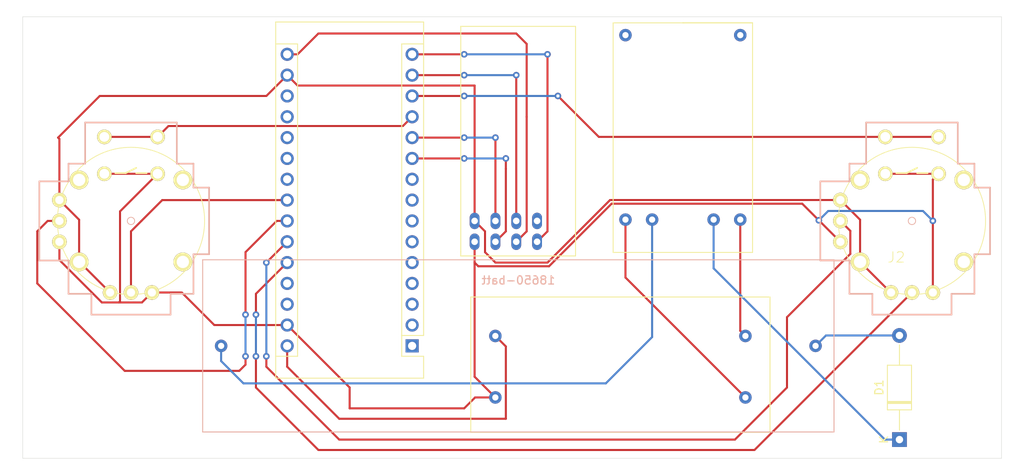
<source format=kicad_pcb>
(kicad_pcb (version 20171130) (host pcbnew 5.1.6-c6e7f7d~87~ubuntu18.04.1)

  (general
    (thickness 1.6)
    (drawings 4)
    (tracks 176)
    (zones 0)
    (modules 12)
    (nets 39)
  )

  (page A4)
  (layers
    (0 F.Cu signal)
    (31 B.Cu signal)
    (32 B.Adhes user)
    (33 F.Adhes user)
    (34 B.Paste user)
    (35 F.Paste user)
    (36 B.SilkS user)
    (37 F.SilkS user)
    (38 B.Mask user)
    (39 F.Mask user)
    (40 Dwgs.User user)
    (41 Cmts.User user)
    (42 Eco1.User user)
    (43 Eco2.User user)
    (44 Edge.Cuts user)
    (45 Margin user)
    (46 B.CrtYd user)
    (47 F.CrtYd user)
    (48 B.Fab user)
    (49 F.Fab user)
  )

  (setup
    (last_trace_width 0.25)
    (trace_clearance 0.2)
    (zone_clearance 0.508)
    (zone_45_only no)
    (trace_min 0.2)
    (via_size 0.8)
    (via_drill 0.4)
    (via_min_size 0.4)
    (via_min_drill 0.3)
    (uvia_size 0.3)
    (uvia_drill 0.1)
    (uvias_allowed no)
    (uvia_min_size 0.2)
    (uvia_min_drill 0.1)
    (edge_width 0.05)
    (segment_width 0.2)
    (pcb_text_width 0.3)
    (pcb_text_size 1.5 1.5)
    (mod_edge_width 0.12)
    (mod_text_size 1 1)
    (mod_text_width 0.15)
    (pad_size 1.524 1.524)
    (pad_drill 0.762)
    (pad_to_mask_clearance 0.05)
    (aux_axis_origin 0 0)
    (visible_elements FFFFFF7F)
    (pcbplotparams
      (layerselection 0x010fc_ffffffff)
      (usegerberextensions false)
      (usegerberattributes true)
      (usegerberadvancedattributes true)
      (creategerberjobfile true)
      (excludeedgelayer true)
      (linewidth 0.100000)
      (plotframeref false)
      (viasonmask false)
      (mode 1)
      (useauxorigin false)
      (hpglpennumber 1)
      (hpglpenspeed 20)
      (hpglpendiameter 15.000000)
      (psnegative false)
      (psa4output false)
      (plotreference true)
      (plotvalue true)
      (plotinvisibletext false)
      (padsonsilk false)
      (subtractmaskfromsilk false)
      (outputformat 1)
      (mirror false)
      (drillshape 1)
      (scaleselection 1)
      (outputdirectory ""))
  )

  (net 0 "")
  (net 1 "Net-(A1-Pad16)")
  (net 2 "Net-(A1-Pad15)")
  (net 3 "Net-(A1-Pad30)")
  (net 4 "Net-(A1-Pad14)")
  (net 5 "Net-(A1-Pad29)")
  (net 6 "Net-(A1-Pad13)")
  (net 7 "Net-(A1-Pad28)")
  (net 8 "Net-(A1-Pad12)")
  (net 9 "Net-(A1-Pad27)")
  (net 10 "Net-(A1-Pad11)")
  (net 11 "Net-(A1-Pad26)")
  (net 12 "Net-(A1-Pad10)")
  (net 13 "Net-(A1-Pad25)")
  (net 14 "Net-(A1-Pad9)")
  (net 15 "Net-(A1-Pad24)")
  (net 16 "Net-(A1-Pad8)")
  (net 17 "Net-(A1-Pad23)")
  (net 18 "Net-(A1-Pad7)")
  (net 19 "Net-(A1-Pad22)")
  (net 20 "Net-(A1-Pad6)")
  (net 21 "Net-(A1-Pad21)")
  (net 22 "Net-(A1-Pad5)")
  (net 23 "Net-(A1-Pad20)")
  (net 24 "Net-(A1-Pad4)")
  (net 25 "Net-(A1-Pad19)")
  (net 26 "Net-(A1-Pad3)")
  (net 27 "Net-(A1-Pad18)")
  (net 28 "Net-(A1-Pad2)")
  (net 29 "Net-(A1-Pad17)")
  (net 30 "Net-(A1-Pad1)")
  (net 31 "Net-(U2-Pad5)")
  (net 32 "Net-(U2-Pad3)")
  (net 33 "Net-(U2-Pad2)")
  (net 34 "Net-(U2-Pad1)")
  (net 35 "Net-(U1-Pad8)")
  (net 36 "Net-(U2-Pad6)")
  (net 37 "Net-(D1-Pad1)")
  (net 38 "Net-(D1-Pad2)")

  (net_class Default "This is the default net class."
    (clearance 0.2)
    (trace_width 0.25)
    (via_dia 0.8)
    (via_drill 0.4)
    (uvia_dia 0.3)
    (uvia_drill 0.1)
    (add_net "Net-(A1-Pad1)")
    (add_net "Net-(A1-Pad10)")
    (add_net "Net-(A1-Pad11)")
    (add_net "Net-(A1-Pad12)")
    (add_net "Net-(A1-Pad13)")
    (add_net "Net-(A1-Pad14)")
    (add_net "Net-(A1-Pad15)")
    (add_net "Net-(A1-Pad16)")
    (add_net "Net-(A1-Pad17)")
    (add_net "Net-(A1-Pad18)")
    (add_net "Net-(A1-Pad19)")
    (add_net "Net-(A1-Pad2)")
    (add_net "Net-(A1-Pad20)")
    (add_net "Net-(A1-Pad21)")
    (add_net "Net-(A1-Pad22)")
    (add_net "Net-(A1-Pad23)")
    (add_net "Net-(A1-Pad24)")
    (add_net "Net-(A1-Pad25)")
    (add_net "Net-(A1-Pad26)")
    (add_net "Net-(A1-Pad27)")
    (add_net "Net-(A1-Pad28)")
    (add_net "Net-(A1-Pad29)")
    (add_net "Net-(A1-Pad3)")
    (add_net "Net-(A1-Pad30)")
    (add_net "Net-(A1-Pad4)")
    (add_net "Net-(A1-Pad5)")
    (add_net "Net-(A1-Pad6)")
    (add_net "Net-(A1-Pad7)")
    (add_net "Net-(A1-Pad8)")
    (add_net "Net-(A1-Pad9)")
    (add_net "Net-(D1-Pad1)")
    (add_net "Net-(D1-Pad2)")
    (add_net "Net-(U1-Pad8)")
    (add_net "Net-(U2-Pad1)")
    (add_net "Net-(U2-Pad2)")
    (add_net "Net-(U2-Pad3)")
    (add_net "Net-(U2-Pad5)")
    (add_net "Net-(U2-Pad6)")
  )

  (module Diode_THT:D_A-405_P12.70mm_Horizontal (layer F.Cu) (tedit 5AE50CD5) (tstamp 5F6893B8)
    (at 200.406 125.73 90)
    (descr "Diode, A-405 series, Axial, Horizontal, pin pitch=12.7mm, , length*diameter=5.2*2.7mm^2, , http://www.diodes.com/_files/packages/A-405.pdf")
    (tags "Diode A-405 series Axial Horizontal pin pitch 12.7mm  length 5.2mm diameter 2.7mm")
    (path /5F6E4965)
    (fp_text reference D1 (at 6.35 -2.47 90) (layer F.SilkS)
      (effects (font (size 1 1) (thickness 0.15)))
    )
    (fp_text value D_Schottky (at 6.35 2.47 90) (layer F.Fab)
      (effects (font (size 1 1) (thickness 0.15)))
    )
    (fp_text user K (at 0 -1.9 90) (layer F.SilkS)
      (effects (font (size 1 1) (thickness 0.15)))
    )
    (fp_text user K (at 0 -1.9 90) (layer F.Fab)
      (effects (font (size 1 1) (thickness 0.15)))
    )
    (fp_text user %R (at 6.74 0 90) (layer F.Fab)
      (effects (font (size 1 1) (thickness 0.15)))
    )
    (fp_line (start 3.75 -1.35) (end 3.75 1.35) (layer F.Fab) (width 0.1))
    (fp_line (start 3.75 1.35) (end 8.95 1.35) (layer F.Fab) (width 0.1))
    (fp_line (start 8.95 1.35) (end 8.95 -1.35) (layer F.Fab) (width 0.1))
    (fp_line (start 8.95 -1.35) (end 3.75 -1.35) (layer F.Fab) (width 0.1))
    (fp_line (start 0 0) (end 3.75 0) (layer F.Fab) (width 0.1))
    (fp_line (start 12.7 0) (end 8.95 0) (layer F.Fab) (width 0.1))
    (fp_line (start 4.53 -1.35) (end 4.53 1.35) (layer F.Fab) (width 0.1))
    (fp_line (start 4.63 -1.35) (end 4.63 1.35) (layer F.Fab) (width 0.1))
    (fp_line (start 4.43 -1.35) (end 4.43 1.35) (layer F.Fab) (width 0.1))
    (fp_line (start 3.63 -1.47) (end 3.63 1.47) (layer F.SilkS) (width 0.12))
    (fp_line (start 3.63 1.47) (end 9.07 1.47) (layer F.SilkS) (width 0.12))
    (fp_line (start 9.07 1.47) (end 9.07 -1.47) (layer F.SilkS) (width 0.12))
    (fp_line (start 9.07 -1.47) (end 3.63 -1.47) (layer F.SilkS) (width 0.12))
    (fp_line (start 1.14 0) (end 3.63 0) (layer F.SilkS) (width 0.12))
    (fp_line (start 11.56 0) (end 9.07 0) (layer F.SilkS) (width 0.12))
    (fp_line (start 4.53 -1.47) (end 4.53 1.47) (layer F.SilkS) (width 0.12))
    (fp_line (start 4.65 -1.47) (end 4.65 1.47) (layer F.SilkS) (width 0.12))
    (fp_line (start 4.41 -1.47) (end 4.41 1.47) (layer F.SilkS) (width 0.12))
    (fp_line (start -1.15 -1.6) (end -1.15 1.6) (layer F.CrtYd) (width 0.05))
    (fp_line (start -1.15 1.6) (end 13.85 1.6) (layer F.CrtYd) (width 0.05))
    (fp_line (start 13.85 1.6) (end 13.85 -1.6) (layer F.CrtYd) (width 0.05))
    (fp_line (start 13.85 -1.6) (end -1.15 -1.6) (layer F.CrtYd) (width 0.05))
    (pad 2 thru_hole oval (at 12.7 0 90) (size 1.8 1.8) (drill 0.9) (layers *.Cu *.Mask)
      (net 38 "Net-(D1-Pad2)"))
    (pad 1 thru_hole rect (at 0 0 90) (size 1.8 1.8) (drill 0.9) (layers *.Cu *.Mask)
      (net 37 "Net-(D1-Pad1)"))
    (model ${KISYS3DMOD}/Diode_THT.3dshapes/D_A-405_P12.70mm_Horizontal.wrl
      (at (xyz 0 0 0))
      (scale (xyz 1 1 1))
      (rotate (xyz 0 0 0))
    )
  )

  (module cad-parts:18650-batt (layer B.Cu) (tedit 5F670EAD) (tstamp 5F684466)
    (at 153.924 114.3 180)
    (path /5F6CCA6F)
    (fp_text reference U4 (at 0.25 -3.25) (layer F.SilkS) hide
      (effects (font (size 1 1) (thickness 0.15)))
    )
    (fp_text value 18650-batt (at 0 8) (layer B.SilkS)
      (effects (font (size 1 1) (thickness 0.15)) (justify mirror))
    )
    (fp_line (start -38.5 10.5) (end 38.5 10.5) (layer B.SilkS) (width 0.12))
    (fp_line (start 38.5 10.5) (end 38.5 -10.5) (layer B.SilkS) (width 0.12))
    (fp_line (start 38.5 -10.5) (end -38.5 -10.5) (layer B.SilkS) (width 0.12))
    (fp_line (start -38.5 -10.5) (end -38.5 10.5) (layer B.SilkS) (width 0.12))
    (pad 2 thru_hole circle (at -36.25 0 180) (size 1.524 1.524) (drill 0.762) (layers *.Cu *.Mask)
      (net 38 "Net-(D1-Pad2)"))
    (pad 1 thru_hole circle (at 36.25 0 180) (size 1.524 1.524) (drill 0.762) (layers *.Cu *.Mask)
      (net 31 "Net-(U2-Pad5)"))
  )

  (module MountingHole:MountingHole_4mm (layer F.Cu) (tedit 56D1B4CB) (tstamp 5F67E8C6)
    (at 208.28 123.444)
    (descr "Mounting Hole 4mm, no annular")
    (tags "mounting hole 4mm no annular")
    (attr virtual)
    (fp_text reference REF** (at 0 -5) (layer F.SilkS) hide
      (effects (font (size 1 1) (thickness 0.15)))
    )
    (fp_text value MountingHole_4mm (at 0 5) (layer F.Fab)
      (effects (font (size 1 1) (thickness 0.15)))
    )
    (fp_circle (center 0 0) (end 4 0) (layer Cmts.User) (width 0.15))
    (fp_circle (center 0 0) (end 4.25 0) (layer F.CrtYd) (width 0.05))
    (fp_text user %R (at 0.3 0) (layer F.Fab)
      (effects (font (size 1 1) (thickness 0.15)))
    )
    (pad 1 np_thru_hole circle (at 0 0) (size 4 4) (drill 4) (layers *.Cu *.Mask))
  )

  (module MountingHole:MountingHole_4mm (layer F.Cu) (tedit 56D1B4CB) (tstamp 5F67E8A6)
    (at 208.28 78.74)
    (descr "Mounting Hole 4mm, no annular")
    (tags "mounting hole 4mm no annular")
    (attr virtual)
    (fp_text reference REF** (at -7.62 -0.508) (layer F.SilkS) hide
      (effects (font (size 1 1) (thickness 0.15)))
    )
    (fp_text value MountingHole_4mm (at 0 5) (layer F.Fab)
      (effects (font (size 1 1) (thickness 0.15)))
    )
    (fp_circle (center 0 0) (end 4 0) (layer Cmts.User) (width 0.15))
    (fp_circle (center 0 0) (end 4.25 0) (layer F.CrtYd) (width 0.05))
    (fp_text user %R (at 0.3 0) (layer F.Fab)
      (effects (font (size 1 1) (thickness 0.15)))
    )
    (pad 1 np_thru_hole circle (at 0 0) (size 4 4) (drill 4) (layers *.Cu *.Mask))
  )

  (module MountingHole:MountingHole_4mm (layer F.Cu) (tedit 56D1B4CB) (tstamp 5F67E8A6)
    (at 98.044 123.444)
    (descr "Mounting Hole 4mm, no annular")
    (tags "mounting hole 4mm no annular")
    (attr virtual)
    (fp_text reference REF** (at 0 -5) (layer F.SilkS) hide
      (effects (font (size 1 1) (thickness 0.15)))
    )
    (fp_text value MountingHole_4mm (at 0 5) (layer F.Fab)
      (effects (font (size 1 1) (thickness 0.15)))
    )
    (fp_circle (center 0 0) (end 4 0) (layer Cmts.User) (width 0.15))
    (fp_circle (center 0 0) (end 4.25 0) (layer F.CrtYd) (width 0.05))
    (fp_text user %R (at 0.3 0) (layer F.Fab)
      (effects (font (size 1 1) (thickness 0.15)))
    )
    (pad 1 np_thru_hole circle (at 0 0) (size 4 4) (drill 4) (layers *.Cu *.Mask))
  )

  (module MountingHole:MountingHole_4mm (layer F.Cu) (tedit 56D1B4CB) (tstamp 5F67E649)
    (at 98.044 78.74)
    (descr "Mounting Hole 4mm, no annular")
    (tags "mounting hole 4mm no annular")
    (attr virtual)
    (fp_text reference REF** (at 0 -5) (layer F.SilkS) hide
      (effects (font (size 1 1) (thickness 0.15)))
    )
    (fp_text value MountingHole_4mm (at 0 5) (layer F.Fab)
      (effects (font (size 1 1) (thickness 0.15)))
    )
    (fp_text user %R (at 0.3 0) (layer F.Fab)
      (effects (font (size 1 1) (thickness 0.15)))
    )
    (fp_circle (center 0 0) (end 4 0) (layer Cmts.User) (width 0.15))
    (fp_circle (center 0 0) (end 4.25 0) (layer F.CrtYd) (width 0.05))
    (pad 1 np_thru_hole circle (at 0 0) (size 4 4) (drill 4) (layers *.Cu *.Mask))
  )

  (module cad-parts:nRF24 (layer F.Cu) (tedit 5F66FAA4) (tstamp 5F67CB84)
    (at 152.4 100.33)
    (path /5F508671)
    (fp_text reference U1 (at -5.91 0 90) (layer F.SilkS) hide
      (effects (font (size 1 1) (thickness 0.15)))
    )
    (fp_text value nRF24 (at 0 -3.81) (layer F.Fab)
      (effects (font (size 1 1) (thickness 0.15)))
    )
    (fp_line (start -5.5 -25) (end 8.5 -25) (layer F.SilkS) (width 0.12))
    (fp_line (start -5.5 2.5) (end -5.5 -25) (layer F.SilkS) (width 0.12))
    (fp_line (start 8.5 3) (end 8.5 -25) (layer F.SilkS) (width 0.12))
    (fp_line (start -5.5 3) (end 8.5 3) (layer F.SilkS) (width 0.12))
    (fp_line (start -5.5 2.5) (end -5.5 3) (layer F.SilkS) (width 0.12))
    (fp_line (start -4.66 -2.52) (end 4.66 -2.52) (layer F.CrtYd) (width 0.05))
    (fp_line (start 4.66 -2.52) (end 4.66 2.52) (layer F.CrtYd) (width 0.05))
    (fp_line (start 4.66 2.52) (end -4.66 2.52) (layer F.CrtYd) (width 0.05))
    (fp_line (start -4.66 2.52) (end -4.66 -2.52) (layer F.CrtYd) (width 0.05))
    (pad 7 thru_hole oval (at 3.81 1.27) (size 1.2 2) (drill 0.8) (layers *.Cu *.Mask)
      (net 2 "Net-(A1-Pad15)"))
    (pad 8 thru_hole oval (at 3.81 -1.27) (size 1.2 2) (drill 0.8) (layers *.Cu *.Mask)
      (net 35 "Net-(U1-Pad8)"))
    (pad 5 thru_hole oval (at 1.27 1.27) (size 1.2 2) (drill 0.8) (layers *.Cu *.Mask)
      (net 1 "Net-(A1-Pad16)"))
    (pad 6 thru_hole oval (at 1.27 -1.27) (size 1.2 2) (drill 0.8) (layers *.Cu *.Mask)
      (net 4 "Net-(A1-Pad14)"))
    (pad 3 thru_hole oval (at -1.27 1.27) (size 1.2 2) (drill 0.8) (layers *.Cu *.Mask)
      (net 12 "Net-(A1-Pad10)"))
    (pad 4 thru_hole oval (at -1.27 -1.27) (size 1.2 2) (drill 0.8) (layers *.Cu *.Mask)
      (net 10 "Net-(A1-Pad11)"))
    (pad 1 thru_hole oval (at -3.81 1.27) (size 1.2 2) (drill 0.8) (layers *.Cu *.Mask)
      (net 5 "Net-(A1-Pad29)"))
    (pad 2 thru_hole oval (at -3.81 -1.27) (size 1.2 2) (drill 0.8) (layers *.Cu *.Mask)
      (net 29 "Net-(A1-Pad17)"))
  )

  (module cad-parts:dc-converter (layer F.Cu) (tedit 5F66F47D) (tstamp 5F67A875)
    (at 166.37 116.84)
    (path /5F69BA43)
    (fp_text reference U3 (at 0.5 1.5) (layer F.SilkS) hide
      (effects (font (size 1 1) (thickness 0.15)))
    )
    (fp_text value dc-converter (at 0.25 -1) (layer F.Fab)
      (effects (font (size 1 1) (thickness 0.15)))
    )
    (fp_line (start -18.25 -8.5) (end 18.25 -8.5) (layer F.SilkS) (width 0.12))
    (fp_line (start 18.25 -8.5) (end 18.25 8) (layer F.SilkS) (width 0.12))
    (fp_line (start -18.25 -8.5) (end -18.25 8) (layer F.SilkS) (width 0.12))
    (fp_line (start -18.25 8) (end 18.25 8) (layer F.SilkS) (width 0.12))
    (pad 4 thru_hole circle (at -15.25 3.75) (size 1.524 1.524) (drill 0.762) (layers *.Cu *.Mask)
      (net 5 "Net-(A1-Pad29)"))
    (pad 3 thru_hole circle (at -15.25 -3.75) (size 1.524 1.524) (drill 0.762) (layers *.Cu *.Mask)
      (net 3 "Net-(A1-Pad30)"))
    (pad 2 thru_hole circle (at 15.25 3.75) (size 1.524 1.524) (drill 0.762) (layers *.Cu *.Mask)
      (net 36 "Net-(U2-Pad6)"))
    (pad 1 thru_hole circle (at 15.25 -3.75) (size 1.524 1.524) (drill 0.762) (layers *.Cu *.Mask)
      (net 32 "Net-(U2-Pad3)"))
  )

  (module cad-parts:TC4056A-MOD (layer F.Cu) (tedit 5F66FC85) (tstamp 5F678EC7)
    (at 173.99 88.9)
    (path /5F679D5C)
    (fp_text reference U2 (at 0.254 -11.684) (layer F.SilkS) hide
      (effects (font (size 1 1) (thickness 0.15)))
    )
    (fp_text value TC4056-MOD (at 0 -6.096) (layer F.Fab)
      (effects (font (size 1 1) (thickness 0.15)))
    )
    (fp_line (start 0 -14) (end 8.5 -14) (layer F.SilkS) (width 0.12))
    (fp_line (start 8.5 -14) (end 0 -14) (layer F.SilkS) (width 0.12))
    (fp_line (start 0 -14) (end -8.5 -14) (layer F.SilkS) (width 0.12))
    (fp_line (start -8.5 -14) (end -8.5 14) (layer F.SilkS) (width 0.12))
    (fp_line (start 8.5 -14) (end 8.5 14) (layer F.SilkS) (width 0.12))
    (fp_line (start 8.5 14) (end -8.5 14) (layer F.SilkS) (width 0.12))
    (pad 5 thru_hole circle (at -3.75 10) (size 1.524 1.524) (drill 0.762) (layers *.Cu *.Mask)
      (net 31 "Net-(U2-Pad5)"))
    (pad 6 thru_hole circle (at -7 10) (size 1.524 1.524) (drill 0.762) (layers *.Cu *.Mask)
      (net 36 "Net-(U2-Pad6)"))
    (pad 4 thru_hole circle (at 3.75 10) (size 1.524 1.524) (drill 0.762) (layers *.Cu *.Mask)
      (net 37 "Net-(D1-Pad1)"))
    (pad 3 thru_hole circle (at 7 10) (size 1.524 1.524) (drill 0.762) (layers *.Cu *.Mask)
      (net 32 "Net-(U2-Pad3)"))
    (pad 2 thru_hole circle (at 7 -12.5) (size 1.524 1.524) (drill 0.762) (layers *.Cu *.Mask)
      (net 33 "Net-(U2-Pad2)"))
    (pad 1 thru_hole circle (at -7 -12.5) (size 1.524 1.524) (drill 0.762) (layers *.Cu *.Mask)
      (net 34 "Net-(U2-Pad1)"))
  )

  (module Module:Arduino_Nano (layer F.Cu) (tedit 58ACAF70) (tstamp 5F50ECE2)
    (at 140.97 114.3 180)
    (descr "Arduino Nano, http://www.mouser.com/pdfdocs/Gravitech_Arduino_Nano3_0.pdf")
    (tags "Arduino Nano")
    (path /5F50914A)
    (fp_text reference A1 (at 7.62 -5.08) (layer F.SilkS) hide
      (effects (font (size 1 1) (thickness 0.15)))
    )
    (fp_text value Arduino_Nano_v2.x (at 8.89 19.05 90) (layer F.Fab)
      (effects (font (size 1 1) (thickness 0.15)))
    )
    (fp_line (start 1.27 1.27) (end 1.27 -1.27) (layer F.SilkS) (width 0.12))
    (fp_line (start 1.27 -1.27) (end -1.4 -1.27) (layer F.SilkS) (width 0.12))
    (fp_line (start -1.4 1.27) (end -1.4 39.5) (layer F.SilkS) (width 0.12))
    (fp_line (start -1.4 -3.94) (end -1.4 -1.27) (layer F.SilkS) (width 0.12))
    (fp_line (start 13.97 -1.27) (end 16.64 -1.27) (layer F.SilkS) (width 0.12))
    (fp_line (start 13.97 -1.27) (end 13.97 36.83) (layer F.SilkS) (width 0.12))
    (fp_line (start 13.97 36.83) (end 16.64 36.83) (layer F.SilkS) (width 0.12))
    (fp_line (start 1.27 1.27) (end -1.4 1.27) (layer F.SilkS) (width 0.12))
    (fp_line (start 1.27 1.27) (end 1.27 36.83) (layer F.SilkS) (width 0.12))
    (fp_line (start 1.27 36.83) (end -1.4 36.83) (layer F.SilkS) (width 0.12))
    (fp_line (start 3.81 31.75) (end 11.43 31.75) (layer F.Fab) (width 0.1))
    (fp_line (start 11.43 31.75) (end 11.43 41.91) (layer F.Fab) (width 0.1))
    (fp_line (start 11.43 41.91) (end 3.81 41.91) (layer F.Fab) (width 0.1))
    (fp_line (start 3.81 41.91) (end 3.81 31.75) (layer F.Fab) (width 0.1))
    (fp_line (start -1.4 39.5) (end 16.64 39.5) (layer F.SilkS) (width 0.12))
    (fp_line (start 16.64 39.5) (end 16.64 -3.94) (layer F.SilkS) (width 0.12))
    (fp_line (start 16.64 -3.94) (end -1.4 -3.94) (layer F.SilkS) (width 0.12))
    (fp_line (start 16.51 39.37) (end -1.27 39.37) (layer F.Fab) (width 0.1))
    (fp_line (start -1.27 39.37) (end -1.27 -2.54) (layer F.Fab) (width 0.1))
    (fp_line (start -1.27 -2.54) (end 0 -3.81) (layer F.Fab) (width 0.1))
    (fp_line (start 0 -3.81) (end 16.51 -3.81) (layer F.Fab) (width 0.1))
    (fp_line (start 16.51 -3.81) (end 16.51 39.37) (layer F.Fab) (width 0.1))
    (fp_line (start -1.53 -4.06) (end 16.75 -4.06) (layer F.CrtYd) (width 0.05))
    (fp_line (start -1.53 -4.06) (end -1.53 42.16) (layer F.CrtYd) (width 0.05))
    (fp_line (start 16.75 42.16) (end 16.75 -4.06) (layer F.CrtYd) (width 0.05))
    (fp_line (start 16.75 42.16) (end -1.53 42.16) (layer F.CrtYd) (width 0.05))
    (fp_text user %R (at 6.35 19.05 90) (layer F.Fab)
      (effects (font (size 1 1) (thickness 0.15)))
    )
    (pad 16 thru_hole oval (at 15.24 35.56 180) (size 1.6 1.6) (drill 1) (layers *.Cu *.Mask)
      (net 1 "Net-(A1-Pad16)"))
    (pad 15 thru_hole oval (at 0 35.56 180) (size 1.6 1.6) (drill 1) (layers *.Cu *.Mask)
      (net 2 "Net-(A1-Pad15)"))
    (pad 30 thru_hole oval (at 15.24 0 180) (size 1.6 1.6) (drill 1) (layers *.Cu *.Mask)
      (net 3 "Net-(A1-Pad30)"))
    (pad 14 thru_hole oval (at 0 33.02 180) (size 1.6 1.6) (drill 1) (layers *.Cu *.Mask)
      (net 4 "Net-(A1-Pad14)"))
    (pad 29 thru_hole oval (at 15.24 2.54 180) (size 1.6 1.6) (drill 1) (layers *.Cu *.Mask)
      (net 5 "Net-(A1-Pad29)"))
    (pad 13 thru_hole oval (at 0 30.48 180) (size 1.6 1.6) (drill 1) (layers *.Cu *.Mask)
      (net 6 "Net-(A1-Pad13)"))
    (pad 28 thru_hole oval (at 15.24 5.08 180) (size 1.6 1.6) (drill 1) (layers *.Cu *.Mask)
      (net 7 "Net-(A1-Pad28)"))
    (pad 12 thru_hole oval (at 0 27.94 180) (size 1.6 1.6) (drill 1) (layers *.Cu *.Mask)
      (net 8 "Net-(A1-Pad12)"))
    (pad 27 thru_hole oval (at 15.24 7.62 180) (size 1.6 1.6) (drill 1) (layers *.Cu *.Mask)
      (net 9 "Net-(A1-Pad27)"))
    (pad 11 thru_hole oval (at 0 25.4 180) (size 1.6 1.6) (drill 1) (layers *.Cu *.Mask)
      (net 10 "Net-(A1-Pad11)"))
    (pad 26 thru_hole oval (at 15.24 10.16 180) (size 1.6 1.6) (drill 1) (layers *.Cu *.Mask)
      (net 11 "Net-(A1-Pad26)"))
    (pad 10 thru_hole oval (at 0 22.86 180) (size 1.6 1.6) (drill 1) (layers *.Cu *.Mask)
      (net 12 "Net-(A1-Pad10)"))
    (pad 25 thru_hole oval (at 15.24 12.7 180) (size 1.6 1.6) (drill 1) (layers *.Cu *.Mask)
      (net 13 "Net-(A1-Pad25)"))
    (pad 9 thru_hole oval (at 0 20.32 180) (size 1.6 1.6) (drill 1) (layers *.Cu *.Mask)
      (net 14 "Net-(A1-Pad9)"))
    (pad 24 thru_hole oval (at 15.24 15.24 180) (size 1.6 1.6) (drill 1) (layers *.Cu *.Mask)
      (net 15 "Net-(A1-Pad24)"))
    (pad 8 thru_hole oval (at 0 17.78 180) (size 1.6 1.6) (drill 1) (layers *.Cu *.Mask)
      (net 16 "Net-(A1-Pad8)"))
    (pad 23 thru_hole oval (at 15.24 17.78 180) (size 1.6 1.6) (drill 1) (layers *.Cu *.Mask)
      (net 17 "Net-(A1-Pad23)"))
    (pad 7 thru_hole oval (at 0 15.24 180) (size 1.6 1.6) (drill 1) (layers *.Cu *.Mask)
      (net 18 "Net-(A1-Pad7)"))
    (pad 22 thru_hole oval (at 15.24 20.32 180) (size 1.6 1.6) (drill 1) (layers *.Cu *.Mask)
      (net 19 "Net-(A1-Pad22)"))
    (pad 6 thru_hole oval (at 0 12.7 180) (size 1.6 1.6) (drill 1) (layers *.Cu *.Mask)
      (net 20 "Net-(A1-Pad6)"))
    (pad 21 thru_hole oval (at 15.24 22.86 180) (size 1.6 1.6) (drill 1) (layers *.Cu *.Mask)
      (net 21 "Net-(A1-Pad21)"))
    (pad 5 thru_hole oval (at 0 10.16 180) (size 1.6 1.6) (drill 1) (layers *.Cu *.Mask)
      (net 22 "Net-(A1-Pad5)"))
    (pad 20 thru_hole oval (at 15.24 25.4 180) (size 1.6 1.6) (drill 1) (layers *.Cu *.Mask)
      (net 23 "Net-(A1-Pad20)"))
    (pad 4 thru_hole oval (at 0 7.62 180) (size 1.6 1.6) (drill 1) (layers *.Cu *.Mask)
      (net 24 "Net-(A1-Pad4)"))
    (pad 19 thru_hole oval (at 15.24 27.94 180) (size 1.6 1.6) (drill 1) (layers *.Cu *.Mask)
      (net 25 "Net-(A1-Pad19)"))
    (pad 3 thru_hole oval (at 0 5.08 180) (size 1.6 1.6) (drill 1) (layers *.Cu *.Mask)
      (net 26 "Net-(A1-Pad3)"))
    (pad 18 thru_hole oval (at 15.24 30.48 180) (size 1.6 1.6) (drill 1) (layers *.Cu *.Mask)
      (net 27 "Net-(A1-Pad18)"))
    (pad 2 thru_hole oval (at 0 2.54 180) (size 1.6 1.6) (drill 1) (layers *.Cu *.Mask)
      (net 28 "Net-(A1-Pad2)"))
    (pad 17 thru_hole oval (at 15.24 33.02 180) (size 1.6 1.6) (drill 1) (layers *.Cu *.Mask)
      (net 29 "Net-(A1-Pad17)"))
    (pad 1 thru_hole rect (at 0 0 180) (size 1.6 1.6) (drill 1) (layers *.Cu *.Mask)
      (net 30 "Net-(A1-Pad1)"))
    (model ${KISYS3DMOD}/Module.3dshapes/Arduino_Nano_WithMountingHoles.wrl
      (at (xyz 0 0 0))
      (scale (xyz 1 1 1))
      (rotate (xyz 0 0 0))
    )
  )

  (module cad-parts:JOYSTICK-ALPS (layer F.Cu) (tedit 5F508F32) (tstamp 5F50F288)
    (at 106.68 99.06)
    (path /5F50A4B2)
    (attr virtual)
    (fp_text reference J1 (at -1.905 4.445) (layer B.SilkS) hide
      (effects (font (size 1.27 1.27) (thickness 0.1016)))
    )
    (fp_text value JOYSTICK-ALPS (at -0.254 1.524) (layer B.SilkS) hide
      (effects (font (size 1.27 1.27) (thickness 0.1016)))
    )
    (fp_circle (center 0 0) (end -6.35 6.35) (layer F.SilkS) (width 0.1016))
    (fp_circle (center 0 0) (end -0.3175 0.3175) (layer B.SilkS) (width 0.1016))
    (fp_line (start 0.635 -5.84) (end 1.905 -5.84) (layer F.SilkS) (width 0.2032))
    (fp_line (start -0.635 -5.84) (end 0.635 -6.475) (layer F.SilkS) (width 0.2032))
    (fp_line (start -1.905 -5.84) (end -0.635 -5.84) (layer F.SilkS) (width 0.2032))
    (fp_line (start -7.62 4.826) (end -7.62 8.89) (layer B.SilkS) (width 0.2032))
    (fp_line (start -7.62 -4.826) (end -7.62 -6.985) (layer B.SilkS) (width 0.2032))
    (fp_line (start -11.176 -4.826) (end -11.176 4.826) (layer B.SilkS) (width 0.2032))
    (fp_line (start -7.62 4.826) (end -11.176 4.826) (layer B.SilkS) (width 0.2032))
    (fp_line (start -7.62 -4.826) (end -11.176 -4.826) (layer B.SilkS) (width 0.2032))
    (fp_line (start -5.588 -12) (end -5.588 -6.985) (layer B.SilkS) (width 0.2032))
    (fp_line (start 5.588 -12) (end 5.588 -6.985) (layer B.SilkS) (width 0.2032))
    (fp_line (start -5.588 -6.985) (end -7.62 -6.985) (layer B.SilkS) (width 0.2032))
    (fp_line (start 7.62 -6.985) (end 5.588 -6.985) (layer B.SilkS) (width 0.2032))
    (fp_line (start 7.62 4.064) (end 9.525 4.064) (layer B.SilkS) (width 0.2032))
    (fp_line (start 7.62 -4.064) (end 9.525 -4.064) (layer B.SilkS) (width 0.2032))
    (fp_line (start 7.62 4.064) (end 7.62 8.89) (layer B.SilkS) (width 0.2032))
    (fp_line (start 7.62 -4.064) (end 7.62 -6.985) (layer B.SilkS) (width 0.2032))
    (fp_line (start 9.525 -4.064) (end 9.525 4.064) (layer B.SilkS) (width 0.2032))
    (fp_line (start -4.826 8.89) (end -7.62 8.89) (layer B.SilkS) (width 0.2032))
    (fp_line (start 4.826 8.89) (end 7.62 8.89) (layer B.SilkS) (width 0.2032))
    (fp_line (start -4.826 11.43) (end -4.826 8.89) (layer B.SilkS) (width 0.2032))
    (fp_line (start 4.826 11.43) (end 4.826 8.89) (layer B.SilkS) (width 0.2032))
    (fp_line (start 4.826 11.43) (end -4.826 11.43) (layer B.SilkS) (width 0.2032))
    (fp_line (start 5.588 -12) (end -5.588 -12) (layer B.SilkS) (width 0.2032))
    (pad 4 thru_hole circle (at -8.73 2.55) (size 1.778 1.778) (drill 1) (layers *.Cu F.Paste F.SilkS F.Mask)
      (net 5 "Net-(A1-Pad29)"))
    (pad 1 thru_hole circle (at -8.73 0) (size 1.778 1.778) (drill 1) (layers *.Cu F.Paste F.SilkS F.Mask)
      (net 15 "Net-(A1-Pad24)"))
    (pad 0 thru_hole circle (at -8.732 -2.55) (size 1.778 1.778) (drill 1) (layers *.Cu F.Paste F.SilkS F.Mask)
      (net 29 "Net-(A1-Pad17)"))
    (pad MOUN thru_hole circle (at 6.325 -5) (size 2.286 2.286) (drill 1.5) (layers *.Cu F.Paste F.SilkS F.Mask))
    (pad MOUN thru_hole circle (at 6.325 5) (size 2.286 2.286) (drill 1.5) (layers *.Cu F.Paste F.SilkS F.Mask))
    (pad 0 thru_hole circle (at -6.325 5) (size 2.286 2.286) (drill 1.5) (layers *.Cu F.Paste F.SilkS F.Mask)
      (net 29 "Net-(A1-Pad17)"))
    (pad MOUN thru_hole circle (at -6.325 -5) (size 2.286 2.286) (drill 1.5) (layers *.Cu F.Paste F.SilkS F.Mask))
    (pad 4 thru_hole circle (at 2.55 8.73) (size 1.778 1.778) (drill 1) (layers *.Cu F.Paste F.SilkS F.Mask)
      (net 5 "Net-(A1-Pad29)"))
    (pad 2 thru_hole circle (at 0 8.73) (size 1.778 1.778) (drill 1) (layers *.Cu F.Paste F.SilkS F.Mask)
      (net 17 "Net-(A1-Pad23)"))
    (pad 0 thru_hole circle (at -2.55 8.73) (size 1.778 1.778) (drill 1) (layers *.Cu F.Paste F.SilkS F.Mask)
      (net 29 "Net-(A1-Pad17)"))
    (pad 4 thru_hole circle (at 3.25 -5.75) (size 1.778 1.778) (drill 1.2) (layers *.Cu F.Paste F.SilkS F.Mask)
      (net 5 "Net-(A1-Pad29)"))
    (pad 4 thru_hole circle (at -3.25 -5.75) (size 1.778 1.778) (drill 1.2) (layers *.Cu F.Paste F.SilkS F.Mask)
      (net 5 "Net-(A1-Pad29)"))
    (pad 3 thru_hole circle (at 3.25 -10.25) (size 1.778 1.778) (drill 1.2) (layers *.Cu F.Paste F.SilkS F.Mask)
      (net 8 "Net-(A1-Pad12)"))
    (pad 3 thru_hole circle (at -3.25 -10.25) (size 1.778 1.778) (drill 1.2) (layers *.Cu F.Paste F.SilkS F.Mask)
      (net 8 "Net-(A1-Pad12)"))
  )

  (module cad-parts:JOYSTICK-ALPS (layer F.Cu) (tedit 5F51AB0B) (tstamp 5F51ACDE)
    (at 201.93 99.06)
    (path /5F510B0B)
    (attr virtual)
    (fp_text reference J2 (at -1.905 4.445) (layer F.SilkS)
      (effects (font (size 1.27 1.27) (thickness 0.1016)))
    )
    (fp_text value JOYSTICK-ALPS (at -1.27 5.715) (layer F.SilkS) hide
      (effects (font (size 1.27 1.27) (thickness 0.1016)))
    )
    (fp_circle (center 0 0) (end -6.35 6.35) (layer F.SilkS) (width 0.1016))
    (fp_circle (center 0 0) (end -0.3175 0.3175) (layer B.SilkS) (width 0.1016))
    (fp_line (start 0.635 -5.84) (end 1.905 -5.84) (layer F.SilkS) (width 0.2032))
    (fp_line (start -0.635 -5.84) (end 0.635 -6.475) (layer F.SilkS) (width 0.2032))
    (fp_line (start -1.905 -5.84) (end -0.635 -5.84) (layer F.SilkS) (width 0.2032))
    (fp_line (start -7.62 4.826) (end -7.62 8.89) (layer B.SilkS) (width 0.2032))
    (fp_line (start -7.62 -4.826) (end -7.62 -6.985) (layer B.SilkS) (width 0.2032))
    (fp_line (start -11.176 -4.826) (end -11.176 4.826) (layer B.SilkS) (width 0.2032))
    (fp_line (start -7.62 4.826) (end -11.176 4.826) (layer B.SilkS) (width 0.2032))
    (fp_line (start -7.62 -4.826) (end -11.176 -4.826) (layer B.SilkS) (width 0.2032))
    (fp_line (start -5.588 -12) (end -5.588 -6.985) (layer B.SilkS) (width 0.2032))
    (fp_line (start 5.588 -12) (end 5.588 -6.985) (layer B.SilkS) (width 0.2032))
    (fp_line (start -5.588 -6.985) (end -7.62 -6.985) (layer B.SilkS) (width 0.2032))
    (fp_line (start 7.62 -6.985) (end 5.588 -6.985) (layer B.SilkS) (width 0.2032))
    (fp_line (start 7.62 4.064) (end 9.525 4.064) (layer B.SilkS) (width 0.2032))
    (fp_line (start 7.62 -4.064) (end 9.525 -4.064) (layer B.SilkS) (width 0.2032))
    (fp_line (start 7.62 4.064) (end 7.62 8.89) (layer B.SilkS) (width 0.2032))
    (fp_line (start 7.62 -4.064) (end 7.62 -6.985) (layer B.SilkS) (width 0.2032))
    (fp_line (start 9.525 -4.064) (end 9.525 4.064) (layer B.SilkS) (width 0.2032))
    (fp_line (start -4.826 8.89) (end -7.62 8.89) (layer B.SilkS) (width 0.2032))
    (fp_line (start 4.826 8.89) (end 7.62 8.89) (layer B.SilkS) (width 0.2032))
    (fp_line (start -4.826 11.43) (end -4.826 8.89) (layer B.SilkS) (width 0.2032))
    (fp_line (start 4.826 11.43) (end 4.826 8.89) (layer B.SilkS) (width 0.2032))
    (fp_line (start 4.826 11.43) (end -4.826 11.43) (layer B.SilkS) (width 0.2032))
    (fp_line (start 5.588 -12) (end -5.588 -12) (layer B.SilkS) (width 0.2032))
    (pad 4 thru_hole circle (at -8.73 2.55) (size 1.778 1.778) (drill 1) (layers *.Cu F.Paste F.SilkS F.Mask)
      (net 5 "Net-(A1-Pad29)"))
    (pad 1 thru_hole circle (at -8.73 0) (size 1.778 1.778) (drill 1) (layers *.Cu F.Paste F.SilkS F.Mask)
      (net 13 "Net-(A1-Pad25)"))
    (pad 0 thru_hole circle (at -8.732 -2.55) (size 1.778 1.778) (drill 1) (layers *.Cu F.Paste F.SilkS F.Mask)
      (net 29 "Net-(A1-Pad17)"))
    (pad MOUN thru_hole circle (at 6.325 -5) (size 2.286 2.286) (drill 1.5) (layers *.Cu F.Paste F.SilkS F.Mask))
    (pad MOUN thru_hole circle (at 6.325 5) (size 2.286 2.286) (drill 1.5) (layers *.Cu F.Paste F.SilkS F.Mask))
    (pad 0 thru_hole circle (at -6.325 5) (size 2.286 2.286) (drill 1.5) (layers *.Cu F.Paste F.SilkS F.Mask)
      (net 29 "Net-(A1-Pad17)"))
    (pad MOUN thru_hole circle (at -6.325 -5) (size 2.286 2.286) (drill 1.5) (layers *.Cu F.Paste F.SilkS F.Mask))
    (pad 4 thru_hole circle (at 2.55 8.73) (size 1.778 1.778) (drill 1) (layers *.Cu F.Paste F.SilkS F.Mask)
      (net 5 "Net-(A1-Pad29)"))
    (pad 2 thru_hole circle (at 0 8.73) (size 1.778 1.778) (drill 1) (layers *.Cu F.Paste F.SilkS F.Mask)
      (net 11 "Net-(A1-Pad26)"))
    (pad 0 thru_hole circle (at -2.55 8.73) (size 1.778 1.778) (drill 1) (layers *.Cu F.Paste F.SilkS F.Mask)
      (net 29 "Net-(A1-Pad17)"))
    (pad 4 thru_hole circle (at 3.25 -5.75) (size 1.778 1.778) (drill 1.2) (layers *.Cu F.Paste F.SilkS F.Mask)
      (net 5 "Net-(A1-Pad29)"))
    (pad 4 thru_hole circle (at -3.25 -5.75) (size 1.778 1.778) (drill 1.2) (layers *.Cu F.Paste F.SilkS F.Mask)
      (net 5 "Net-(A1-Pad29)"))
    (pad 3 thru_hole circle (at 3.25 -10.25) (size 1.778 1.778) (drill 1.2) (layers *.Cu F.Paste F.SilkS F.Mask)
      (net 6 "Net-(A1-Pad13)"))
    (pad 3 thru_hole circle (at -3.25 -10.25) (size 1.778 1.778) (drill 1.2) (layers *.Cu F.Paste F.SilkS F.Mask)
      (net 6 "Net-(A1-Pad13)"))
  )

  (gr_line (start 93.472 128.016) (end 93.472 74.168) (layer Edge.Cuts) (width 0.05))
  (gr_line (start 212.852 128.016) (end 93.472 128.016) (layer Edge.Cuts) (width 0.05))
  (gr_line (start 212.852 74.168) (end 212.852 128.016) (layer Edge.Cuts) (width 0.05))
  (gr_line (start 93.472 74.168) (end 212.852 74.168) (layer Edge.Cuts) (width 0.05))

  (segment (start 153.67 101.6) (end 154.94 100.33) (width 0.25) (layer F.Cu) (net 1))
  (segment (start 154.94 100.33) (end 154.94 86.36) (width 0.25) (layer F.Cu) (net 1))
  (segment (start 154.94 86.36) (end 154.94 78.74) (width 0.25) (layer F.Cu) (net 1))
  (segment (start 154.94 78.74) (end 154.94 77.47) (width 0.25) (layer F.Cu) (net 1))
  (segment (start 154.94 77.47) (end 153.67 76.2) (width 0.25) (layer F.Cu) (net 1))
  (segment (start 125.73 78.74) (end 127 78.74) (width 0.25) (layer F.Cu) (net 1))
  (segment (start 127 78.74) (end 129.54 76.2) (width 0.25) (layer F.Cu) (net 1))
  (segment (start 129.54 76.2) (end 153.67 76.2) (width 0.25) (layer F.Cu) (net 1))
  (segment (start 156.21 101.6) (end 157.48 100.33) (width 0.25) (layer F.Cu) (net 2))
  (segment (start 157.48 100.33) (end 157.48 95.25) (width 0.25) (layer F.Cu) (net 2))
  (segment (start 157.48 95.25) (end 157.48 78.74) (width 0.25) (layer F.Cu) (net 2))
  (segment (start 140.97 78.74) (end 147.32 78.74) (width 0.25) (layer F.Cu) (net 2))
  (segment (start 157.48 78.74) (end 157.48 78.74) (width 0.25) (layer F.Cu) (net 2) (tstamp 5F67D397))
  (via (at 157.48 78.74) (size 0.8) (drill 0.4) (layers F.Cu B.Cu) (net 2))
  (segment (start 147.32 78.74) (end 147.32 78.74) (width 0.25) (layer F.Cu) (net 2) (tstamp 5F67D39F))
  (via (at 147.32 78.74) (size 0.8) (drill 0.4) (layers F.Cu B.Cu) (net 2))
  (segment (start 157.48 78.74) (end 147.32 78.74) (width 0.25) (layer B.Cu) (net 2))
  (segment (start 132.08 123.19) (end 125.73 116.84) (width 0.25) (layer F.Cu) (net 3))
  (segment (start 125.73 114.3) (end 125.73 116.84) (width 0.25) (layer F.Cu) (net 3))
  (segment (start 132.08 123.19) (end 152.4 123.19) (width 0.25) (layer F.Cu) (net 3))
  (segment (start 152.4 114.37) (end 151.12 113.09) (width 0.25) (layer F.Cu) (net 3))
  (segment (start 152.4 123.19) (end 152.4 114.37) (width 0.25) (layer F.Cu) (net 3))
  (segment (start 153.67 99.06) (end 153.67 81.28) (width 0.25) (layer F.Cu) (net 4))
  (segment (start 140.97 81.28) (end 147.32 81.28) (width 0.25) (layer F.Cu) (net 4))
  (segment (start 153.67 81.28) (end 153.67 81.28) (width 0.25) (layer F.Cu) (net 4) (tstamp 5F67D39B))
  (via (at 153.67 81.28) (size 0.8) (drill 0.4) (layers F.Cu B.Cu) (net 4))
  (segment (start 147.32 81.28) (end 147.32 81.28) (width 0.25) (layer F.Cu) (net 4) (tstamp 5F67D39D))
  (via (at 147.32 81.28) (size 0.8) (drill 0.4) (layers F.Cu B.Cu) (net 4))
  (segment (start 147.32 81.28) (end 153.67 81.28) (width 0.25) (layer B.Cu) (net 4))
  (segment (start 97.95 103.827642) (end 103.126359 109.004001) (width 0.25) (layer F.Cu) (net 5))
  (segment (start 108.015999 109.004001) (end 109.23 107.79) (width 0.25) (layer F.Cu) (net 5))
  (segment (start 97.95 101.61) (end 97.95 103.827642) (width 0.25) (layer F.Cu) (net 5))
  (segment (start 109.93 93.31) (end 103.43 93.31) (width 0.25) (layer F.Cu) (net 5))
  (segment (start 198.68 93.31) (end 205.18 93.31) (width 0.25) (layer F.Cu) (net 5))
  (segment (start 204.48 94.01) (end 205.18 93.31) (width 0.25) (layer F.Cu) (net 5))
  (segment (start 204.48 107.79) (end 204.48 99.05) (width 0.25) (layer F.Cu) (net 5))
  (segment (start 133.35 121.92) (end 147.32 121.92) (width 0.25) (layer F.Cu) (net 5))
  (segment (start 109.23 107.79) (end 112.87 107.79) (width 0.25) (layer F.Cu) (net 5))
  (segment (start 112.87 107.79) (end 113.03 107.95) (width 0.25) (layer F.Cu) (net 5))
  (segment (start 105.344001 108.854001) (end 105.194001 109.004001) (width 0.25) (layer F.Cu) (net 5))
  (segment (start 105.344001 97.895999) (end 105.344001 108.854001) (width 0.25) (layer F.Cu) (net 5))
  (segment (start 109.93 93.31) (end 105.344001 97.895999) (width 0.25) (layer F.Cu) (net 5))
  (segment (start 103.126359 109.004001) (end 105.194001 109.004001) (width 0.25) (layer F.Cu) (net 5))
  (segment (start 105.194001 109.004001) (end 108.015999 109.004001) (width 0.25) (layer F.Cu) (net 5))
  (segment (start 125.73 111.76) (end 116.84 111.76) (width 0.25) (layer F.Cu) (net 5))
  (segment (start 116.84 111.76) (end 113.03 107.95) (width 0.25) (layer F.Cu) (net 5))
  (segment (start 133.35 119.38) (end 133.35 121.92) (width 0.25) (layer F.Cu) (net 5))
  (segment (start 125.73 111.76) (end 133.35 119.38) (width 0.25) (layer F.Cu) (net 5))
  (segment (start 149.040009 104.590009) (end 148.59 104.14) (width 0.25) (layer F.Cu) (net 5))
  (segment (start 148.59 101.6) (end 148.59 104.14) (width 0.25) (layer F.Cu) (net 5))
  (segment (start 193.2 101.61) (end 190.575 98.985) (width 0.25) (layer F.Cu) (net 5))
  (segment (start 188.55001 96.96001) (end 165.2964 96.96001) (width 0.25) (layer F.Cu) (net 5))
  (segment (start 165.2964 96.96001) (end 157.666401 104.590009) (width 0.25) (layer F.Cu) (net 5))
  (segment (start 157.666401 104.590009) (end 149.040009 104.590009) (width 0.25) (layer F.Cu) (net 5))
  (segment (start 148.59 118.06) (end 151.12 120.59) (width 0.25) (layer F.Cu) (net 5))
  (segment (start 148.59 104.14) (end 148.59 118.06) (width 0.25) (layer F.Cu) (net 5))
  (segment (start 151.12 120.59) (end 148.65 120.59) (width 0.25) (layer F.Cu) (net 5))
  (segment (start 148.65 120.59) (end 147.32 121.92) (width 0.25) (layer F.Cu) (net 5))
  (segment (start 190.575 98.985) (end 188.55001 96.96001) (width 0.25) (layer F.Cu) (net 5) (tstamp 5F67D393))
  (via (at 190.575 98.985) (size 0.8) (drill 0.4) (layers F.Cu B.Cu) (net 5))
  (segment (start 204.48 99.05) (end 204.48 94.01) (width 0.25) (layer F.Cu) (net 5) (tstamp 5F67D395))
  (via (at 204.48 99.05) (size 0.8) (drill 0.4) (layers F.Cu B.Cu) (net 5))
  (segment (start 203.275999 97.845999) (end 204.48 99.05) (width 0.25) (layer B.Cu) (net 5))
  (segment (start 191.714001 97.845999) (end 203.275999 97.845999) (width 0.25) (layer B.Cu) (net 5))
  (segment (start 190.575 98.985) (end 191.714001 97.845999) (width 0.25) (layer B.Cu) (net 5))
  (segment (start 205.18 88.81) (end 198.68 88.81) (width 0.25) (layer F.Cu) (net 6))
  (segment (start 140.97 83.82) (end 147.32 83.82) (width 0.25) (layer F.Cu) (net 6))
  (segment (start 198.68 88.81) (end 163.74 88.81) (width 0.25) (layer F.Cu) (net 6))
  (segment (start 163.74 88.81) (end 158.75 83.82) (width 0.25) (layer F.Cu) (net 6))
  (segment (start 158.75 83.82) (end 158.75 83.82) (width 0.25) (layer F.Cu) (net 6) (tstamp 5F67D399))
  (via (at 158.75 83.82) (size 0.8) (drill 0.4) (layers F.Cu B.Cu) (net 6))
  (segment (start 147.32 83.82) (end 147.32 83.82) (width 0.25) (layer F.Cu) (net 6) (tstamp 5F67D3A1))
  (via (at 147.32 83.82) (size 0.8) (drill 0.4) (layers F.Cu B.Cu) (net 6))
  (segment (start 158.75 83.82) (end 147.32 83.82) (width 0.25) (layer B.Cu) (net 6))
  (segment (start 103.43 88.81) (end 109.93 88.81) (width 0.25) (layer F.Cu) (net 8))
  (segment (start 139.844999 87.485001) (end 140.97 86.36) (width 0.25) (layer F.Cu) (net 8))
  (segment (start 111.254999 87.485001) (end 139.844999 87.485001) (width 0.25) (layer F.Cu) (net 8))
  (segment (start 109.93 88.81) (end 111.254999 87.485001) (width 0.25) (layer F.Cu) (net 8))
  (segment (start 140.97 88.9) (end 147.32 88.9) (width 0.25) (layer F.Cu) (net 10))
  (segment (start 151.13 99.06) (end 151.13 88.9) (width 0.25) (layer F.Cu) (net 10))
  (segment (start 147.32 88.9) (end 147.32 88.9) (width 0.25) (layer F.Cu) (net 10) (tstamp 5F67D3A3))
  (via (at 147.32 88.9) (size 0.8) (drill 0.4) (layers F.Cu B.Cu) (net 10))
  (segment (start 151.13 88.9) (end 151.13 88.9) (width 0.25) (layer F.Cu) (net 10) (tstamp 5F67D3A7))
  (via (at 151.13 88.9) (size 0.8) (drill 0.4) (layers F.Cu B.Cu) (net 10))
  (segment (start 151.13 88.9) (end 147.32 88.9) (width 0.25) (layer B.Cu) (net 10))
  (segment (start 201.93 107.79) (end 182.72 127) (width 0.25) (layer F.Cu) (net 11))
  (segment (start 182.72 127) (end 129.54 127) (width 0.25) (layer F.Cu) (net 11))
  (segment (start 129.54 127) (end 121.92 119.38) (width 0.25) (layer F.Cu) (net 11))
  (segment (start 121.92 119.38) (end 121.92 115.57) (width 0.25) (layer F.Cu) (net 11))
  (segment (start 121.92 107.95) (end 121.92 110.49) (width 0.25) (layer F.Cu) (net 11))
  (segment (start 121.92 115.57) (end 121.92 115.57) (width 0.25) (layer F.Cu) (net 11) (tstamp 5F67B297))
  (via (at 121.92 115.57) (size 0.8) (drill 0.4) (layers F.Cu B.Cu) (net 11))
  (via (at 121.92 110.49) (size 0.8) (drill 0.4) (layers F.Cu B.Cu) (net 11))
  (segment (start 121.92 107.95) (end 125.73 104.14) (width 0.25) (layer F.Cu) (net 11))
  (segment (start 121.92 115.57) (end 121.92 110.49) (width 0.25) (layer B.Cu) (net 11))
  (segment (start 151.13 101.6) (end 152.4 100.33) (width 0.25) (layer F.Cu) (net 12))
  (segment (start 152.4 100.33) (end 152.4 92.71) (width 0.25) (layer F.Cu) (net 12))
  (segment (start 152.4 92.71) (end 152.4 91.44) (width 0.25) (layer F.Cu) (net 12))
  (segment (start 140.97 91.44) (end 147.32 91.44) (width 0.25) (layer F.Cu) (net 12))
  (segment (start 147.32 91.44) (end 147.32 91.44) (width 0.25) (layer F.Cu) (net 12) (tstamp 5F67D3A5))
  (via (at 147.32 91.44) (size 0.8) (drill 0.4) (layers F.Cu B.Cu) (net 12))
  (segment (start 152.4 91.44) (end 152.4 91.44) (width 0.25) (layer F.Cu) (net 12) (tstamp 5F67D3A9))
  (via (at 152.4 91.44) (size 0.8) (drill 0.4) (layers F.Cu B.Cu) (net 12))
  (segment (start 147.32 91.44) (end 152.4 91.44) (width 0.25) (layer B.Cu) (net 12))
  (segment (start 193.2 99.06) (end 194.414001 100.274001) (width 0.25) (layer F.Cu) (net 13))
  (segment (start 194.414001 103.078357) (end 186.69 110.802358) (width 0.25) (layer F.Cu) (net 13))
  (segment (start 194.414001 100.274001) (end 194.414001 103.078357) (width 0.25) (layer F.Cu) (net 13))
  (segment (start 186.69 110.802358) (end 186.69 119.38) (width 0.25) (layer F.Cu) (net 13))
  (segment (start 186.69 119.38) (end 184.392999 121.677001) (width 0.25) (layer F.Cu) (net 13))
  (segment (start 184.392999 121.677001) (end 181.61 124.46) (width 0.25) (layer F.Cu) (net 13))
  (segment (start 181.61 124.46) (end 180.34 125.73) (width 0.25) (layer F.Cu) (net 13))
  (segment (start 180.34 125.73) (end 132.08 125.73) (width 0.25) (layer F.Cu) (net 13))
  (segment (start 132.08 125.73) (end 125.73 119.38) (width 0.25) (layer F.Cu) (net 13))
  (segment (start 125.73 119.38) (end 123.19 116.84) (width 0.25) (layer F.Cu) (net 13))
  (segment (start 123.19 116.84) (end 123.19 115.57) (width 0.25) (layer F.Cu) (net 13))
  (via (at 123.19 104.14) (size 0.8) (drill 0.4) (layers F.Cu B.Cu) (net 13))
  (segment (start 123.19 115.57) (end 123.19 115.57) (width 0.25) (layer F.Cu) (net 13) (tstamp 5F67B295))
  (via (at 123.19 115.57) (size 0.8) (drill 0.4) (layers F.Cu B.Cu) (net 13))
  (segment (start 123.19 104.14) (end 123.19 115.57) (width 0.25) (layer B.Cu) (net 13))
  (segment (start 123.19 104.14) (end 125.73 101.6) (width 0.25) (layer F.Cu) (net 13))
  (segment (start 120.65 102.87) (end 120.65 110.49) (width 0.25) (layer F.Cu) (net 15))
  (via (at 120.65 110.49) (size 0.8) (drill 0.4) (layers F.Cu B.Cu) (net 15))
  (segment (start 120.65 115.57) (end 120.65 115.57) (width 0.25) (layer F.Cu) (net 15) (tstamp 5F67B29D))
  (segment (start 120.65 110.49) (end 120.65 115.57) (width 0.25) (layer B.Cu) (net 15))
  (segment (start 120.65 115.57) (end 120.65 115.57) (width 0.25) (layer B.Cu) (net 15) (tstamp 5F67BD92))
  (via (at 120.65 115.57) (size 0.8) (drill 0.4) (layers F.Cu B.Cu) (net 15))
  (segment (start 120.65 102.87) (end 124.46 99.06) (width 0.25) (layer F.Cu) (net 15))
  (segment (start 124.46 99.06) (end 125.73 99.06) (width 0.25) (layer F.Cu) (net 15))
  (segment (start 96.52 99.06) (end 97.95 99.06) (width 0.25) (layer F.Cu) (net 15))
  (segment (start 120.65 116.586) (end 119.888 117.348) (width 0.25) (layer F.Cu) (net 15))
  (segment (start 120.65 115.57) (end 120.65 116.586) (width 0.25) (layer F.Cu) (net 15))
  (segment (start 119.888 117.348) (end 105.918 117.348) (width 0.25) (layer F.Cu) (net 15))
  (segment (start 105.918 117.348) (end 95.25 106.68) (width 0.25) (layer F.Cu) (net 15))
  (segment (start 95.25 100.33) (end 96.52 99.06) (width 0.25) (layer F.Cu) (net 15))
  (segment (start 95.25 106.68) (end 95.25 100.33) (width 0.25) (layer F.Cu) (net 15))
  (segment (start 107.95 99.06) (end 106.68 100.33) (width 0.25) (layer F.Cu) (net 17))
  (segment (start 106.68 100.33) (end 106.68 107.79) (width 0.25) (layer F.Cu) (net 17))
  (segment (start 125.73 96.52) (end 110.49 96.52) (width 0.25) (layer F.Cu) (net 17))
  (segment (start 110.49 96.52) (end 107.95 99.06) (width 0.25) (layer F.Cu) (net 17))
  (segment (start 195.605 98.917) (end 195.605 104.06) (width 0.25) (layer F.Cu) (net 29))
  (segment (start 193.198 96.51) (end 195.605 98.917) (width 0.25) (layer F.Cu) (net 29))
  (segment (start 199.335 107.79) (end 199.38 107.79) (width 0.25) (layer F.Cu) (net 29))
  (segment (start 195.605 104.06) (end 199.335 107.79) (width 0.25) (layer F.Cu) (net 29))
  (segment (start 102.87 83.82) (end 97.79 88.9) (width 0.25) (layer F.Cu) (net 29))
  (segment (start 97.948 89.058) (end 97.948 96.51) (width 0.25) (layer F.Cu) (net 29))
  (segment (start 97.79 88.9) (end 97.948 89.058) (width 0.25) (layer F.Cu) (net 29))
  (segment (start 100.4 104.06) (end 100.355 104.06) (width 0.25) (layer F.Cu) (net 29))
  (segment (start 104.13 107.79) (end 100.4 104.06) (width 0.25) (layer F.Cu) (net 29))
  (segment (start 100.355 98.917) (end 100.355 104.06) (width 0.25) (layer F.Cu) (net 29))
  (segment (start 97.948 96.51) (end 100.355 98.917) (width 0.25) (layer F.Cu) (net 29))
  (segment (start 165.11 96.51) (end 193.198 96.51) (width 0.25) (layer F.Cu) (net 29))
  (segment (start 157.48 104.14) (end 165.11 96.51) (width 0.25) (layer F.Cu) (net 29))
  (segment (start 151.13 104.14) (end 157.48 104.14) (width 0.25) (layer F.Cu) (net 29))
  (segment (start 123.19 83.82) (end 125.73 81.28) (width 0.25) (layer F.Cu) (net 29))
  (segment (start 102.87 83.82) (end 123.19 83.82) (width 0.25) (layer F.Cu) (net 29))
  (segment (start 151.13 104.14) (end 149.86 102.87) (width 0.25) (layer F.Cu) (net 29))
  (segment (start 149.86 100.33) (end 148.59 99.06) (width 0.25) (layer F.Cu) (net 29))
  (segment (start 149.86 102.87) (end 149.86 100.33) (width 0.25) (layer F.Cu) (net 29))
  (segment (start 148.59 99.06) (end 148.59 82.55) (width 0.25) (layer F.Cu) (net 29))
  (segment (start 127 82.55) (end 125.73 81.28) (width 0.25) (layer F.Cu) (net 29))
  (segment (start 148.59 82.55) (end 127 82.55) (width 0.25) (layer F.Cu) (net 29))
  (segment (start 170.24 113.224) (end 170.24 98.9) (width 0.25) (layer B.Cu) (net 31))
  (segment (start 117.674 114.3) (end 117.674 116.15) (width 0.25) (layer B.Cu) (net 31))
  (segment (start 164.592 118.872) (end 170.24 113.224) (width 0.25) (layer B.Cu) (net 31))
  (segment (start 120.396 118.872) (end 164.592 118.872) (width 0.25) (layer B.Cu) (net 31))
  (segment (start 117.674 116.15) (end 120.396 118.872) (width 0.25) (layer B.Cu) (net 31))
  (segment (start 180.99 112.46) (end 181.62 113.09) (width 0.25) (layer F.Cu) (net 32))
  (segment (start 180.99 98.9) (end 180.99 112.46) (width 0.25) (layer F.Cu) (net 32))
  (segment (start 167.43 98.9) (end 166.99 98.9) (width 0.25) (layer F.Cu) (net 36))
  (segment (start 166.99 105.96) (end 181.62 120.59) (width 0.25) (layer F.Cu) (net 36))
  (segment (start 166.99 98.9) (end 166.99 105.96) (width 0.25) (layer F.Cu) (net 36))
  (segment (start 177.74 98.9) (end 177.74 104.842) (width 0.25) (layer B.Cu) (net 37))
  (segment (start 198.628 125.73) (end 200.406 125.73) (width 0.25) (layer B.Cu) (net 37))
  (segment (start 177.74 104.842) (end 198.628 125.73) (width 0.25) (layer B.Cu) (net 37))
  (segment (start 191.444 113.03) (end 190.174 114.3) (width 0.25) (layer B.Cu) (net 38))
  (segment (start 200.406 113.03) (end 191.444 113.03) (width 0.25) (layer B.Cu) (net 38))

)

</source>
